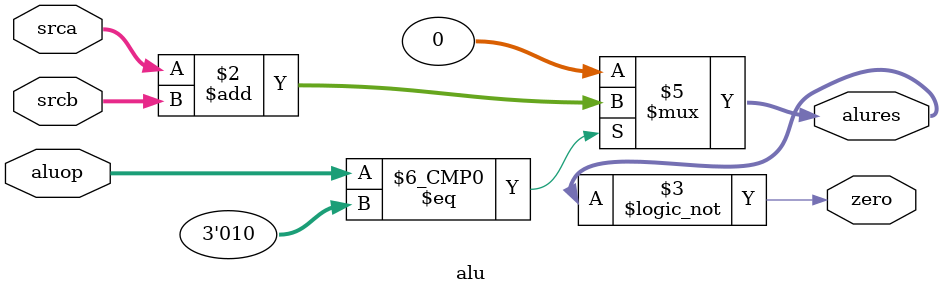
<source format=sv>
`timescale 1ns / 1ps


module alu(
    input logic [31:0] srca,
    input logic [31:0] srcb,
    input logic [2:0] aluop,
    output logic [31:0] alures,
    output logic zero
    );

    always_comb begin
        case(aluop)
            3'b010: alures=signed'(srca)+signed'(srcb);

            default: alures=32'b0000_0000_0000_0000_0000_0000_0000_0000;
        endcase
    end

    assign zero=!alures;

endmodule

</source>
